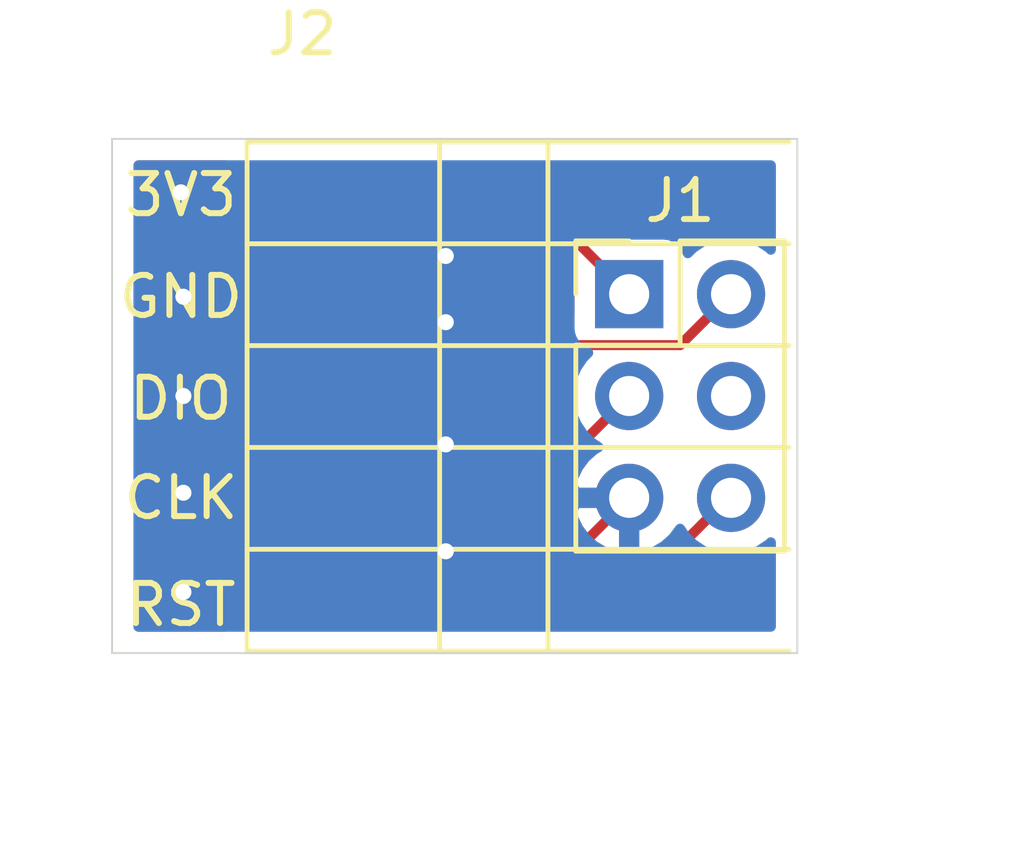
<source format=kicad_pcb>
(kicad_pcb (version 20171130) (host pcbnew "(5.1.9-0-10_14)")

  (general
    (thickness 1.6)
    (drawings 10)
    (tracks 27)
    (zones 0)
    (modules 2)
    (nets 6)
  )

  (page A4)
  (layers
    (0 F.Cu signal)
    (31 B.Cu signal)
    (32 B.Adhes user)
    (33 F.Adhes user)
    (34 B.Paste user)
    (35 F.Paste user)
    (36 B.SilkS user)
    (37 F.SilkS user)
    (38 B.Mask user)
    (39 F.Mask user)
    (40 Dwgs.User user)
    (41 Cmts.User user)
    (42 Eco1.User user)
    (43 Eco2.User user)
    (44 Edge.Cuts user)
    (45 Margin user)
    (46 B.CrtYd user)
    (47 F.CrtYd user)
    (48 B.Fab user)
    (49 F.Fab user)
  )

  (setup
    (last_trace_width 0.25)
    (trace_clearance 0.2)
    (zone_clearance 0.508)
    (zone_45_only no)
    (trace_min 0.2)
    (via_size 0.8)
    (via_drill 0.4)
    (via_min_size 0.4)
    (via_min_drill 0.3)
    (uvia_size 0.3)
    (uvia_drill 0.1)
    (uvias_allowed no)
    (uvia_min_size 0.2)
    (uvia_min_drill 0.1)
    (edge_width 0.05)
    (segment_width 0.2)
    (pcb_text_width 0.3)
    (pcb_text_size 1.5 1.5)
    (mod_edge_width 0.12)
    (mod_text_size 1 1)
    (mod_text_width 0.15)
    (pad_size 1.524 1.524)
    (pad_drill 0.762)
    (pad_to_mask_clearance 0)
    (aux_axis_origin 0 0)
    (visible_elements FFFFFF7F)
    (pcbplotparams
      (layerselection 0x010fc_ffffffff)
      (usegerberextensions false)
      (usegerberattributes true)
      (usegerberadvancedattributes true)
      (creategerberjobfile true)
      (excludeedgelayer true)
      (linewidth 0.100000)
      (plotframeref false)
      (viasonmask false)
      (mode 1)
      (useauxorigin false)
      (hpglpennumber 1)
      (hpglpenspeed 20)
      (hpglpendiameter 15.000000)
      (psnegative false)
      (psa4output false)
      (plotreference true)
      (plotvalue true)
      (plotinvisibletext false)
      (padsonsilk false)
      (subtractmaskfromsilk false)
      (outputformat 1)
      (mirror false)
      (drillshape 0)
      (scaleselection 1)
      (outputdirectory ""))
  )

  (net 0 "")
  (net 1 /RST)
  (net 2 GND)
  (net 3 /CLK)
  (net 4 /DIO)
  (net 5 +3V3)

  (net_class Default "This is the default net class."
    (clearance 0.2)
    (trace_width 0.25)
    (via_dia 0.8)
    (via_drill 0.4)
    (uvia_dia 0.3)
    (uvia_drill 0.1)
    (add_net +3V3)
    (add_net /CLK)
    (add_net /DIO)
    (add_net /RST)
    (add_net GND)
  )

  (module Connector_PinHeader_2.54mm:conn_01x05_SMD (layer F.Cu) (tedit 60674928) (tstamp 6067B8F4)
    (at 116.967 65.659)
    (path /6067667B)
    (fp_text reference J2 (at 0.1016 -1.7272) (layer F.SilkS)
      (effects (font (size 1 1) (thickness 0.15)))
    )
    (fp_text value Conn_01x05 (at 0 -0.5) (layer F.Fab)
      (effects (font (size 1 1) (thickness 0.15)))
    )
    (fp_line (start -1.27 11.1252) (end 12.2428 11.1252) (layer F.SilkS) (width 0.12))
    (fp_line (start -1.27 8.5852) (end 12.2428 8.5852) (layer F.SilkS) (width 0.12))
    (fp_line (start -1.27 6.0452) (end 12.2428 6.0452) (layer F.SilkS) (width 0.12))
    (fp_line (start -1.27 3.5052) (end 12.2428 3.5052) (layer F.SilkS) (width 0.12))
    (fp_line (start 6.23 0.9652) (end 6.23 13.6652) (layer F.SilkS) (width 0.12))
    (fp_line (start 3.53 0.9652) (end 3.53 13.6652) (layer F.SilkS) (width 0.12))
    (fp_line (start -1.27 0.9652) (end -1.27 13.6652) (layer F.SilkS) (width 0.12))
    (fp_line (start -1.27 13.6652) (end 12.2428 13.6652) (layer F.SilkS) (width 0.12))
    (fp_line (start -1.27 0.9652) (end 12.2428 0.9652) (layer F.SilkS) (width 0.12))
    (pad 5 smd rect (at -0.0508 12.3952 90) (size 1.02 2.3) (layers F.Cu F.Paste F.Mask)
      (net 1 /RST))
    (pad 4 smd rect (at -0.0508 9.8552 90) (size 1.02 2.3) (layers F.Cu F.Paste F.Mask)
      (net 3 /CLK))
    (pad 3 smd rect (at -0.0508 7.3152 90) (size 1.02 2.3) (layers F.Cu F.Paste F.Mask)
      (net 4 /DIO))
    (pad 2 smd rect (at -0.0508 4.7752 90) (size 1.02 2.3) (layers F.Cu F.Paste F.Mask)
      (net 2 GND))
    (pad 1 smd rect (at -0.0508 2.2352 90) (size 1.02 2.3) (layers F.Cu F.Paste F.Mask)
      (net 5 +3V3))
  )

  (module Connector_PinHeader_2.54mm:PinHeader_2x03_P2.54mm_Vertical (layer F.Cu) (tedit 59FED5CC) (tstamp 6067B8E2)
    (at 125.222 70.4215)
    (descr "Through hole straight pin header, 2x03, 2.54mm pitch, double rows")
    (tags "Through hole pin header THT 2x03 2.54mm double row")
    (path /60674593)
    (fp_text reference J1 (at 1.27 -2.33) (layer F.SilkS)
      (effects (font (size 1 1) (thickness 0.15)))
    )
    (fp_text value Conn_02x03_Odd_Even (at 1.27 7.41) (layer F.Fab)
      (effects (font (size 1 1) (thickness 0.15)))
    )
    (fp_text user %R (at 1.27 2.54 90) (layer F.Fab)
      (effects (font (size 1 1) (thickness 0.15)))
    )
    (fp_line (start 0 -1.27) (end 3.81 -1.27) (layer F.Fab) (width 0.1))
    (fp_line (start 3.81 -1.27) (end 3.81 6.35) (layer F.Fab) (width 0.1))
    (fp_line (start 3.81 6.35) (end -1.27 6.35) (layer F.Fab) (width 0.1))
    (fp_line (start -1.27 6.35) (end -1.27 0) (layer F.Fab) (width 0.1))
    (fp_line (start -1.27 0) (end 0 -1.27) (layer F.Fab) (width 0.1))
    (fp_line (start -1.33 6.41) (end 3.87 6.41) (layer F.SilkS) (width 0.12))
    (fp_line (start -1.33 1.27) (end -1.33 6.41) (layer F.SilkS) (width 0.12))
    (fp_line (start 3.87 -1.33) (end 3.87 6.41) (layer F.SilkS) (width 0.12))
    (fp_line (start -1.33 1.27) (end 1.27 1.27) (layer F.SilkS) (width 0.12))
    (fp_line (start 1.27 1.27) (end 1.27 -1.33) (layer F.SilkS) (width 0.12))
    (fp_line (start 1.27 -1.33) (end 3.87 -1.33) (layer F.SilkS) (width 0.12))
    (fp_line (start -1.33 0) (end -1.33 -1.33) (layer F.SilkS) (width 0.12))
    (fp_line (start -1.33 -1.33) (end 0 -1.33) (layer F.SilkS) (width 0.12))
    (fp_line (start -1.8 -1.8) (end -1.8 6.85) (layer F.CrtYd) (width 0.05))
    (fp_line (start -1.8 6.85) (end 4.35 6.85) (layer F.CrtYd) (width 0.05))
    (fp_line (start 4.35 6.85) (end 4.35 -1.8) (layer F.CrtYd) (width 0.05))
    (fp_line (start 4.35 -1.8) (end -1.8 -1.8) (layer F.CrtYd) (width 0.05))
    (pad 6 thru_hole oval (at 2.54 5.08) (size 1.7 1.7) (drill 1) (layers *.Cu *.Mask)
      (net 1 /RST))
    (pad 5 thru_hole oval (at 0 5.08) (size 1.7 1.7) (drill 1) (layers *.Cu *.Mask)
      (net 2 GND))
    (pad 4 thru_hole oval (at 2.54 2.54) (size 1.7 1.7) (drill 1) (layers *.Cu *.Mask))
    (pad 3 thru_hole oval (at 0 2.54) (size 1.7 1.7) (drill 1) (layers *.Cu *.Mask)
      (net 3 /CLK))
    (pad 2 thru_hole oval (at 2.54 0) (size 1.7 1.7) (drill 1) (layers *.Cu *.Mask)
      (net 4 /DIO))
    (pad 1 thru_hole rect (at 0 0) (size 1.7 1.7) (drill 1) (layers *.Cu *.Mask)
      (net 5 +3V3))
    (model ${KISYS3DMOD}/Connector_PinHeader_2.54mm.3dshapes/PinHeader_2x03_P2.54mm_Vertical.wrl
      (at (xyz 0 0 0))
      (scale (xyz 1 1 1))
      (rotate (xyz 0 0 0))
    )
  )

  (gr_text RST (at 114.046 78.1685) (layer F.SilkS)
    (effects (font (size 1 1) (thickness 0.15)))
  )
  (gr_text CLK (at 114.046 75.5015) (layer F.SilkS)
    (effects (font (size 1 1) (thickness 0.15)))
  )
  (gr_text DIO (at 114.046 73.025) (layer F.SilkS)
    (effects (font (size 1 1) (thickness 0.15)))
  )
  (gr_text GND (at 114.046 70.485) (layer F.SilkS)
    (effects (font (size 1 1) (thickness 0.15)))
  )
  (gr_text 3V3 (at 114.046 67.945) (layer F.SilkS)
    (effects (font (size 1 1) (thickness 0.15)))
  )
  (gr_line (start 112.3315 66.548) (end 115.3795 66.548) (layer Edge.Cuts) (width 0.05) (tstamp 6067BCA3))
  (gr_line (start 112.3315 79.375) (end 112.3315 66.548) (layer Edge.Cuts) (width 0.05))
  (gr_line (start 129.413 79.375) (end 112.3315 79.375) (layer Edge.Cuts) (width 0.05))
  (gr_line (start 129.413 66.548) (end 129.413 79.375) (layer Edge.Cuts) (width 0.05))
  (gr_line (start 115.3795 66.548) (end 129.413 66.548) (layer Edge.Cuts) (width 0.05))

  (segment (start 120.76571 78.0542) (end 116.9162 78.0542) (width 0.25) (layer F.Cu) (net 1))
  (segment (start 120.77841 78.0415) (end 120.76571 78.0542) (width 0.25) (layer F.Cu) (net 1))
  (segment (start 127.6985 75.5015) (end 125.1585 78.0415) (width 0.25) (layer F.Cu) (net 1))
  (segment (start 125.1585 78.0415) (end 120.77841 78.0415) (width 0.25) (layer F.Cu) (net 1))
  (segment (start 127.762 75.5015) (end 127.6985 75.5015) (width 0.25) (layer F.Cu) (net 1))
  (via (at 120.65 69.469) (size 0.8) (drill 0.4) (layers F.Cu B.Cu) (net 2))
  (via (at 120.65 71.12) (size 0.8) (drill 0.4) (layers F.Cu B.Cu) (net 2))
  (via (at 114.046 67.8815) (size 0.8) (drill 0.4) (layers F.Cu B.Cu) (net 2))
  (via (at 114.1095 70.485) (size 0.8) (drill 0.4) (layers F.Cu B.Cu) (net 2))
  (via (at 114.1095 72.9615) (size 0.8) (drill 0.4) (layers F.Cu B.Cu) (net 2))
  (via (at 114.1095 75.3745) (size 0.8) (drill 0.4) (layers F.Cu B.Cu) (net 2))
  (via (at 114.1095 77.851) (size 0.8) (drill 0.4) (layers F.Cu B.Cu) (net 2))
  (via (at 120.65 74.168) (size 0.8) (drill 0.4) (layers F.Cu B.Cu) (net 2))
  (via (at 120.65 76.835) (size 0.8) (drill 0.4) (layers F.Cu B.Cu) (net 2))
  (segment (start 123.8885 76.835) (end 120.65 76.835) (width 0.25) (layer F.Cu) (net 2))
  (segment (start 125.222 75.5015) (end 123.8885 76.835) (width 0.25) (layer F.Cu) (net 2))
  (segment (start 116.9289 75.5015) (end 116.9162 75.5142) (width 0.25) (layer F.Cu) (net 3))
  (segment (start 122.682 75.5015) (end 116.9289 75.5015) (width 0.25) (layer F.Cu) (net 3))
  (segment (start 125.222 72.9615) (end 122.682 75.5015) (width 0.25) (layer F.Cu) (net 3))
  (segment (start 116.9289 72.9615) (end 116.9162 72.9742) (width 0.25) (layer F.Cu) (net 4))
  (segment (start 122.6185 72.9615) (end 116.9289 72.9615) (width 0.25) (layer F.Cu) (net 4))
  (segment (start 126.492 71.6915) (end 123.8885 71.6915) (width 0.25) (layer F.Cu) (net 4))
  (segment (start 123.8885 71.6915) (end 122.6185 72.9615) (width 0.25) (layer F.Cu) (net 4))
  (segment (start 127.762 70.4215) (end 126.492 71.6915) (width 0.25) (layer F.Cu) (net 4))
  (segment (start 122.682 67.8815) (end 116.9289 67.8815) (width 0.25) (layer F.Cu) (net 5))
  (segment (start 116.9289 67.8815) (end 116.9162 67.8942) (width 0.25) (layer F.Cu) (net 5))
  (segment (start 125.222 70.4215) (end 122.682 67.8815) (width 0.25) (layer F.Cu) (net 5))

  (zone (net 2) (net_name GND) (layer F.Cu) (tstamp 6067BD2E) (hatch edge 0.508)
    (connect_pads (clearance 0.508))
    (min_thickness 0.254)
    (fill yes (arc_segments 32) (thermal_gap 0.508) (thermal_bridge_width 0.508))
    (polygon
      (pts
        (xy 132.2705 65.5955) (xy 132.334 81.534) (xy 109.601 82.6135) (xy 109.5375 65.278)
      )
    )
    (filled_polygon
      (pts
        (xy 115.140388 67.259718) (xy 115.128128 67.3842) (xy 115.128128 68.4042) (xy 115.140388 68.528682) (xy 115.176698 68.64838)
        (xy 115.235663 68.758694) (xy 115.315015 68.855385) (xy 115.411706 68.934737) (xy 115.52202 68.993702) (xy 115.641718 69.030012)
        (xy 115.7662 69.042272) (xy 118.0662 69.042272) (xy 118.190682 69.030012) (xy 118.31038 68.993702) (xy 118.420694 68.934737)
        (xy 118.517385 68.855385) (xy 118.596737 68.758694) (xy 118.655702 68.64838) (xy 118.657789 68.6415) (xy 122.367199 68.6415)
        (xy 123.733928 70.00823) (xy 123.733928 70.944191) (xy 123.596253 70.985954) (xy 123.464224 71.056526) (xy 123.348499 71.151499)
        (xy 123.324701 71.180497) (xy 122.303699 72.2015) (xy 118.645803 72.2015) (xy 118.596737 72.109706) (xy 118.517385 72.013015)
        (xy 118.420694 71.933663) (xy 118.31038 71.874698) (xy 118.190682 71.838388) (xy 118.0662 71.826128) (xy 115.7662 71.826128)
        (xy 115.641718 71.838388) (xy 115.52202 71.874698) (xy 115.411706 71.933663) (xy 115.315015 72.013015) (xy 115.235663 72.109706)
        (xy 115.176698 72.22002) (xy 115.140388 72.339718) (xy 115.128128 72.4642) (xy 115.128128 73.4842) (xy 115.140388 73.608682)
        (xy 115.176698 73.72838) (xy 115.235663 73.838694) (xy 115.315015 73.935385) (xy 115.411706 74.014737) (xy 115.52202 74.073702)
        (xy 115.641718 74.110012) (xy 115.7662 74.122272) (xy 118.0662 74.122272) (xy 118.190682 74.110012) (xy 118.31038 74.073702)
        (xy 118.420694 74.014737) (xy 118.517385 73.935385) (xy 118.596737 73.838694) (xy 118.655702 73.72838) (xy 118.657789 73.7215)
        (xy 122.581178 73.7215) (xy 122.6185 73.725176) (xy 122.655822 73.7215) (xy 122.655833 73.7215) (xy 122.767486 73.710503)
        (xy 122.910747 73.667046) (xy 123.042776 73.596474) (xy 123.158501 73.501501) (xy 123.182304 73.472497) (xy 123.737 72.917801)
        (xy 123.737 73.10776) (xy 123.78079 73.327907) (xy 122.367199 74.7415) (xy 118.645803 74.7415) (xy 118.596737 74.649706)
        (xy 118.517385 74.553015) (xy 118.420694 74.473663) (xy 118.31038 74.414698) (xy 118.190682 74.378388) (xy 118.0662 74.366128)
        (xy 115.7662 74.366128) (xy 115.641718 74.378388) (xy 115.52202 74.414698) (xy 115.411706 74.473663) (xy 115.315015 74.553015)
        (xy 115.235663 74.649706) (xy 115.176698 74.76002) (xy 115.140388 74.879718) (xy 115.128128 75.0042) (xy 115.128128 76.0242)
        (xy 115.140388 76.148682) (xy 115.176698 76.26838) (xy 115.235663 76.378694) (xy 115.315015 76.475385) (xy 115.411706 76.554737)
        (xy 115.52202 76.613702) (xy 115.641718 76.650012) (xy 115.7662 76.662272) (xy 118.0662 76.662272) (xy 118.190682 76.650012)
        (xy 118.31038 76.613702) (xy 118.420694 76.554737) (xy 118.517385 76.475385) (xy 118.596737 76.378694) (xy 118.655702 76.26838)
        (xy 118.657789 76.2615) (xy 122.644678 76.2615) (xy 122.682 76.265176) (xy 122.719322 76.2615) (xy 122.719333 76.2615)
        (xy 122.830986 76.250503) (xy 122.974247 76.207046) (xy 123.106276 76.136474) (xy 123.222001 76.041501) (xy 123.245804 76.012497)
        (xy 123.737 75.521301) (xy 123.737 75.628502) (xy 123.901844 75.628502) (xy 123.780524 75.85839) (xy 123.825175 76.005599)
        (xy 123.950359 76.26842) (xy 124.124412 76.501769) (xy 124.340645 76.696678) (xy 124.590748 76.845657) (xy 124.865109 76.942981)
        (xy 125.094998 76.822315) (xy 125.094998 76.9865) (xy 125.138698 76.9865) (xy 124.843699 77.2815) (xy 120.815743 77.2815)
        (xy 120.77841 77.277823) (xy 120.741077 77.2815) (xy 120.629424 77.292497) (xy 120.62381 77.2942) (xy 118.652591 77.2942)
        (xy 118.596737 77.189706) (xy 118.517385 77.093015) (xy 118.420694 77.013663) (xy 118.31038 76.954698) (xy 118.190682 76.918388)
        (xy 118.0662 76.906128) (xy 115.7662 76.906128) (xy 115.641718 76.918388) (xy 115.52202 76.954698) (xy 115.411706 77.013663)
        (xy 115.315015 77.093015) (xy 115.235663 77.189706) (xy 115.176698 77.30002) (xy 115.140388 77.419718) (xy 115.128128 77.5442)
        (xy 115.128128 78.5642) (xy 115.140388 78.688682) (xy 115.148371 78.715) (xy 112.9915 78.715) (xy 112.9915 70.9442)
        (xy 115.128128 70.9442) (xy 115.140388 71.068682) (xy 115.176698 71.18838) (xy 115.235663 71.298694) (xy 115.315015 71.395385)
        (xy 115.411706 71.474737) (xy 115.52202 71.533702) (xy 115.641718 71.570012) (xy 115.7662 71.582272) (xy 116.63045 71.5792)
        (xy 116.7892 71.42045) (xy 116.7892 70.5612) (xy 117.0432 70.5612) (xy 117.0432 71.42045) (xy 117.20195 71.5792)
        (xy 118.0662 71.582272) (xy 118.190682 71.570012) (xy 118.31038 71.533702) (xy 118.420694 71.474737) (xy 118.517385 71.395385)
        (xy 118.596737 71.298694) (xy 118.655702 71.18838) (xy 118.692012 71.068682) (xy 118.704272 70.9442) (xy 118.7012 70.71995)
        (xy 118.54245 70.5612) (xy 117.0432 70.5612) (xy 116.7892 70.5612) (xy 115.28995 70.5612) (xy 115.1312 70.71995)
        (xy 115.128128 70.9442) (xy 112.9915 70.9442) (xy 112.9915 69.9242) (xy 115.128128 69.9242) (xy 115.1312 70.14845)
        (xy 115.28995 70.3072) (xy 116.7892 70.3072) (xy 116.7892 69.44795) (xy 117.0432 69.44795) (xy 117.0432 70.3072)
        (xy 118.54245 70.3072) (xy 118.7012 70.14845) (xy 118.704272 69.9242) (xy 118.692012 69.799718) (xy 118.655702 69.68002)
        (xy 118.596737 69.569706) (xy 118.517385 69.473015) (xy 118.420694 69.393663) (xy 118.31038 69.334698) (xy 118.190682 69.298388)
        (xy 118.0662 69.286128) (xy 117.20195 69.2892) (xy 117.0432 69.44795) (xy 116.7892 69.44795) (xy 116.63045 69.2892)
        (xy 115.7662 69.286128) (xy 115.641718 69.298388) (xy 115.52202 69.334698) (xy 115.411706 69.393663) (xy 115.315015 69.473015)
        (xy 115.235663 69.569706) (xy 115.176698 69.68002) (xy 115.140388 69.799718) (xy 115.128128 69.9242) (xy 112.9915 69.9242)
        (xy 112.9915 67.208) (xy 115.156076 67.208)
      )
    )
    (filled_polygon
      (pts
        (xy 125.349 75.3745) (xy 125.369 75.3745) (xy 125.369 75.6285) (xy 125.349 75.6285) (xy 125.349 75.6485)
        (xy 125.095 75.6485) (xy 125.095 75.6285) (xy 125.075 75.6285) (xy 125.075 75.3745) (xy 125.095 75.3745)
        (xy 125.095 75.3545) (xy 125.349 75.3545)
      )
    )
  )
  (zone (net 2) (net_name GND) (layer B.Cu) (tstamp 6067BD2B) (hatch edge 0.508)
    (connect_pads (clearance 0.508))
    (min_thickness 0.254)
    (fill yes (arc_segments 32) (thermal_gap 0.508) (thermal_bridge_width 0.508))
    (polygon
      (pts
        (xy 131.064 83.058) (xy 111.506 84.1375) (xy 111.0615 64.516) (xy 111.0615 64.4525) (xy 130.4925 63.9445)
      )
    )
    (filled_polygon
      (pts
        (xy 128.753 69.312393) (xy 128.708632 69.268025) (xy 128.465411 69.10551) (xy 128.195158 68.993568) (xy 127.90826 68.9365)
        (xy 127.61574 68.9365) (xy 127.328842 68.993568) (xy 127.058589 69.10551) (xy 126.815368 69.268025) (xy 126.683513 69.39988)
        (xy 126.661502 69.32732) (xy 126.602537 69.217006) (xy 126.523185 69.120315) (xy 126.426494 69.040963) (xy 126.31618 68.981998)
        (xy 126.196482 68.945688) (xy 126.072 68.933428) (xy 124.372 68.933428) (xy 124.247518 68.945688) (xy 124.12782 68.981998)
        (xy 124.017506 69.040963) (xy 123.920815 69.120315) (xy 123.841463 69.217006) (xy 123.782498 69.32732) (xy 123.746188 69.447018)
        (xy 123.733928 69.5715) (xy 123.733928 71.2715) (xy 123.746188 71.395982) (xy 123.782498 71.51568) (xy 123.841463 71.625994)
        (xy 123.920815 71.722685) (xy 124.017506 71.802037) (xy 124.12782 71.861002) (xy 124.20038 71.883013) (xy 124.068525 72.014868)
        (xy 123.90601 72.258089) (xy 123.794068 72.528342) (xy 123.737 72.81524) (xy 123.737 73.10776) (xy 123.794068 73.394658)
        (xy 123.90601 73.664911) (xy 124.068525 73.908132) (xy 124.275368 74.114975) (xy 124.457534 74.236695) (xy 124.340645 74.306322)
        (xy 124.124412 74.501231) (xy 123.950359 74.73458) (xy 123.825175 74.997401) (xy 123.780524 75.14461) (xy 123.901845 75.3745)
        (xy 125.095 75.3745) (xy 125.095 75.3545) (xy 125.349 75.3545) (xy 125.349 75.3745) (xy 125.369 75.3745)
        (xy 125.369 75.6285) (xy 125.349 75.6285) (xy 125.349 76.822314) (xy 125.578891 76.942981) (xy 125.853252 76.845657)
        (xy 126.103355 76.696678) (xy 126.319588 76.501769) (xy 126.4909 76.272094) (xy 126.608525 76.448132) (xy 126.815368 76.654975)
        (xy 127.058589 76.81749) (xy 127.328842 76.929432) (xy 127.61574 76.9865) (xy 127.90826 76.9865) (xy 128.195158 76.929432)
        (xy 128.465411 76.81749) (xy 128.708632 76.654975) (xy 128.753001 76.610606) (xy 128.753001 78.715) (xy 112.9915 78.715)
        (xy 112.9915 75.85839) (xy 123.780524 75.85839) (xy 123.825175 76.005599) (xy 123.950359 76.26842) (xy 124.124412 76.501769)
        (xy 124.340645 76.696678) (xy 124.590748 76.845657) (xy 124.865109 76.942981) (xy 125.095 76.822314) (xy 125.095 75.6285)
        (xy 123.901845 75.6285) (xy 123.780524 75.85839) (xy 112.9915 75.85839) (xy 112.9915 67.208) (xy 128.753 67.208)
      )
    )
  )
)

</source>
